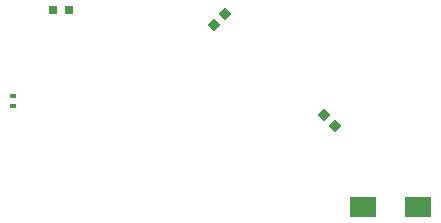
<source format=gbp>
G04*
G04 #@! TF.GenerationSoftware,Altium Limited,Altium Designer,18.1.9 (240)*
G04*
G04 Layer_Color=128*
%FSLAX25Y25*%
%MOIN*%
G70*
G01*
G75*
%ADD24R,0.01968X0.01575*%
%ADD80R,0.03000X0.03000*%
%ADD81R,0.08661X0.06890*%
%ADD82P,0.04243X4X270.0*%
%ADD83P,0.04243X4X360.0*%
D24*
X288100Y209271D02*
D03*
Y205925D02*
D03*
D80*
X301341Y237962D02*
D03*
X306459D02*
D03*
D81*
X404745Y172200D02*
D03*
X422855D02*
D03*
D82*
X354981Y232981D02*
D03*
X358600Y236600D02*
D03*
D83*
X395395Y199381D02*
D03*
X391776Y203000D02*
D03*
M02*

</source>
